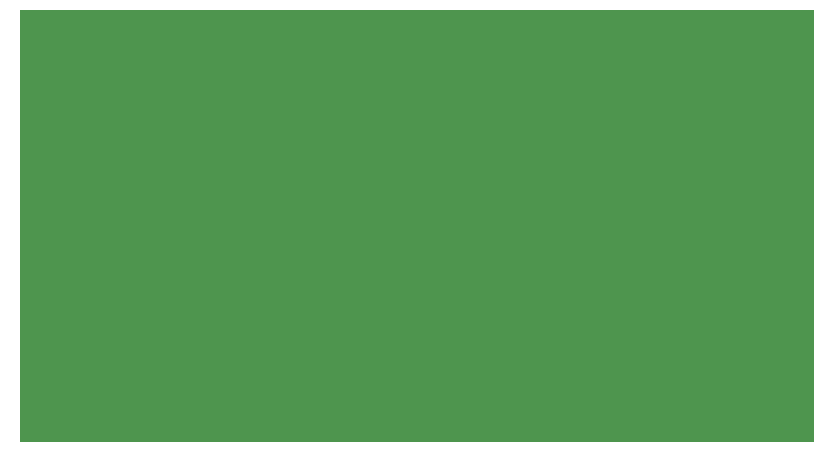
<source format=gbl>
G04*
G04 #@! TF.GenerationSoftware,Altium Limited,Altium Designer,24.9.1 (31)*
G04*
G04 Layer_Physical_Order=2*
G04 Layer_Color=16711680*
%FSLAX44Y44*%
%MOMM*%
G71*
G04*
G04 #@! TF.SameCoordinates,7E7E1321-1AF4-471A-A2C5-3CFE501CF5BA*
G04*
G04*
G04 #@! TF.FilePolarity,Positive*
G04*
G01*
G75*
%ADD31C,1.5240*%
%ADD32C,1.2700*%
%ADD33R,67.3100X36.5760*%
D31*
X855980Y932180D02*
D03*
X713740Y863600D02*
D03*
D32*
X408940Y784860D02*
D03*
D33*
X694690Y812800D02*
D03*
M02*

</source>
